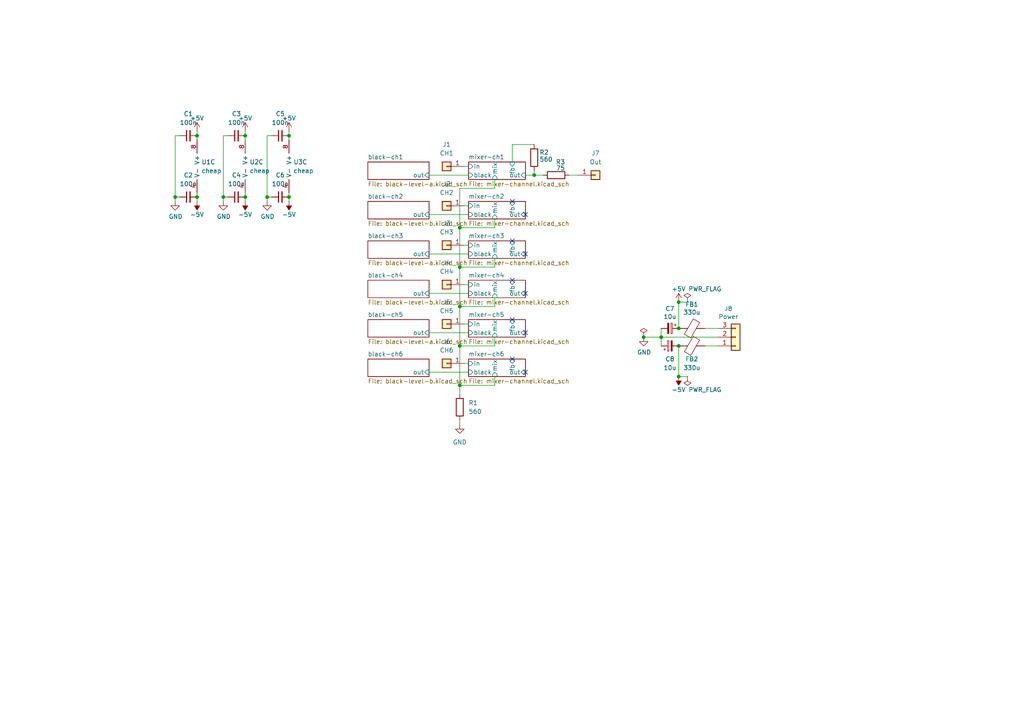
<source format=kicad_sch>
(kicad_sch (version 20250114) (generator "eeschema") (generator_version "9.0")
  (paper "A4")
  (lib_symbols
    (symbol "synkie_symbols:+5V" (power) (pin_names (offset 0))
      (property "Value" "+5V" (at 0 3.556 0))
      (symbol "+5V_0_1"
        (polyline (pts (xy -0.762 1.27) (xy 0 2.54)))
        (polyline (pts (xy 0 2.54) (xy 0.762 1.27)))
        (polyline (pts (xy 0 0) (xy 0 2.54)))
      )
      (symbol "+5V_1_1"
        (pin power_in line (at 0 0 90) (length 0) (hide yes) (name "+5V") (number "1"))
      )
    )
    (symbol "synkie_symbols:-5V" (power) (pin_names (offset 0))
      (property "Value" "-5V" (at 0 3.81 0))
      (symbol "-5V_0_0"
        (pin power_in line (at 0 0 90) (length 0) (hide yes) (name "-5V") (number "1"))
      )
      (symbol "-5V_0_1"
        (polyline (pts (xy 0 0) (xy 0 1.27) (xy 0.762 1.27) (xy 0 2.54) (xy -0.762 1.27) (xy 0 1.27)) (fill (type outline)))
      )
    )
    (symbol "synkie_symbols:CP_Small" (pin_numbers (hide yes)) (pin_names (offset 0.254) (hide yes))
      (property "Reference" "C" (at 0.254 1.778 0))
      (property "Value" "CP_Small" (at 0.254 -2.032 0))
      (symbol "CP_Small_0_1"
        (rectangle (start -1.524 0.6858) (end 1.524 0.3048))
        (rectangle (start -1.524 -0.3048) (end 1.524 -0.6858) (fill (type outline)))
        (polyline (pts (xy -1.27 1.524) (xy -0.762 1.524)))
        (polyline (pts (xy -1.016 1.27) (xy -1.016 1.778)))
      )
      (symbol "CP_Small_1_1"
        (pin passive line (at 0 2.54 270) (length 1.8542) (name "~") (number "1"))
        (pin passive line (at 0 -2.54 90) (length 1.8542) (name "~") (number "2"))
      )
    )
    (symbol "synkie_symbols:C_Small" (pin_numbers (hide yes)) (pin_names (offset 0.254) (hide yes))
      (property "Reference" "C" (at 0.254 1.778 0))
      (property "Value" "C_Small" (at 0.254 -2.032 0))
      (symbol "C_Small_0_1"
        (polyline (pts (xy -1.524 0.508) (xy 1.524 0.508)) (stroke (width 0.3048)))
        (polyline (pts (xy -1.524 -0.508) (xy 1.524 -0.508)) (stroke (width 0.3302)))
      )
      (symbol "C_Small_1_1"
        (pin passive line (at 0 2.54 270) (length 2.032) (name "~") (number "1"))
        (pin passive line (at 0 -2.54 90) (length 2.032) (name "~") (number "2"))
      )
    )
    (symbol "synkie_symbols:Conn_01x01" (pin_names (offset 1.016) (hide yes))
      (property "Reference" "J" (at 0 2.54 0))
      (property "Value" "Conn_01x01" (at 0 -2.54 0))
      (symbol "Conn_01x01_1_1"
        (rectangle (start -1.27 1.27) (end 1.27 -1.27) (stroke (width 0.254)) (fill (type background)))
        (rectangle (start -1.27 0.127) (end 0 -0.127) (stroke (width 0.1524)))
        (pin passive line (at -5.08 0 0) (length 3.81) (name "Pin_1") (number "1"))
      )
    )
    (symbol "synkie_symbols:Conn_01x03" (pin_names (offset 1.016) (hide yes))
      (property "Reference" "J" (at 0 5.08 0))
      (property "Value" "Conn_01x03" (at 0 -5.08 0))
      (symbol "Conn_01x03_1_1"
        (rectangle (start -1.27 3.81) (end 1.27 -3.81) (stroke (width 0.254)) (fill (type background)))
        (rectangle (start -1.27 2.667) (end 0 2.413) (stroke (width 0.1524)))
        (rectangle (start -1.27 0.127) (end 0 -0.127) (stroke (width 0.1524)))
        (rectangle (start -1.27 -2.413) (end 0 -2.667) (stroke (width 0.1524)))
        (pin passive line (at -5.08 2.54 0) (length 3.81) (name "Pin_1") (number "1"))
        (pin passive line (at -5.08 0 0) (length 3.81) (name "Pin_2") (number "2"))
        (pin passive line (at -5.08 -2.54 0) (length 3.81) (name "Pin_3") (number "3"))
      )
    )
    (symbol "synkie_symbols:Ferrite_Bead" (pin_numbers (hide yes)) (pin_names (offset 0))
      (property "Reference" "FB" (at -3.81 0.635 90))
      (property "Value" "Ferrite_Bead" (at 3.81 0 90))
      (symbol "Ferrite_Bead_0_1"
        (polyline (pts (xy -2.7686 0.4064) (xy -1.7018 2.2606) (xy 2.7686 -0.3048) (xy 1.6764 -2.159) (xy -2.7686 0.4064)))
        (polyline (pts (xy 0 1.27) (xy 0 1.2954)))
        (polyline (pts (xy 0 -1.27) (xy 0 -1.2192)))
      )
      (symbol "Ferrite_Bead_1_1"
        (pin passive line (at 0 3.81 270) (length 2.54) (name "~") (number "1"))
        (pin passive line (at 0 -3.81 90) (length 2.54) (name "~") (number "2"))
      )
    )
    (symbol "synkie_symbols:GND" (power) (pin_names (offset 0))
      (property "Value" "GND" (at 0 -3.81 0))
      (symbol "GND_0_1"
        (polyline (pts (xy 0 0) (xy 0 -1.27) (xy 1.27 -1.27) (xy 0 -2.54) (xy -1.27 -1.27) (xy 0 -1.27)))
      )
      (symbol "GND_1_1"
        (pin power_in line (at 0 0 270) (length 0) (hide yes) (name "GND") (number "1"))
      )
    )
    (symbol "synkie_symbols:Opamp_Dual_Generic"
      (property "Reference" "U" (at 0 5.08 0))
      (property "Value" "Opamp_Dual_Generic" (at 0 -5.08 0))
      (symbol "Opamp_Dual_Generic_1_1"
        (polyline (pts (xy -5.08 5.08) (xy 5.08 0) (xy -5.08 -5.08) (xy -5.08 5.08)) (stroke (width 0.254)) (fill (type background)))
        (pin input line (at -7.62 2.54 0) (length 2.54) (name "+") (number "3"))
        (pin input line (at -7.62 -2.54 0) (length 2.54) (name "-") (number "2"))
        (pin output line (at 7.62 0 180) (length 2.54) (name "~") (number "1"))
      )
      (symbol "Opamp_Dual_Generic_2_1"
        (polyline (pts (xy -5.08 5.08) (xy 5.08 0) (xy -5.08 -5.08) (xy -5.08 5.08)) (stroke (width 0.254)) (fill (type background)))
        (pin input line (at -7.62 2.54 0) (length 2.54) (name "+") (number "5"))
        (pin input line (at -7.62 -2.54 0) (length 2.54) (name "-") (number "6"))
        (pin output line (at 7.62 0 180) (length 2.54) (name "~") (number "7"))
      )
      (symbol "Opamp_Dual_Generic_3_1"
        (pin power_in line (at -2.54 7.62 270) (length 3.81) (name "V+") (number "8"))
        (pin power_in line (at -2.54 -7.62 90) (length 3.81) (name "V-") (number "4"))
      )
    )
    (symbol "synkie_symbols:PWR_FLAG" (power) (pin_numbers (hide yes)) (pin_names (offset 0) (hide yes))
      (property "Value" "PWR_FLAG" (at 0 3.81 0))
      (symbol "PWR_FLAG_0_0"
        (pin power_out line (at 0 0 90) (length 0) (name "pwr") (number "1"))
      )
      (symbol "PWR_FLAG_0_1"
        (polyline (pts (xy 0 0) (xy 0 1.27) (xy -1.016 1.905) (xy 0 2.54) (xy 1.016 1.905) (xy 0 1.27)))
      )
    )
    (symbol "synkie_symbols:R" (pin_numbers (hide yes)) (pin_names (offset 0))
      (property "Reference" "R" (at 2.032 0 90))
      (property "Value" "R" (at 0 0 90))
      (symbol "R_0_1"
        (rectangle (start -1.016 -2.54) (end 1.016 2.54) (stroke (width 0.254)))
      )
      (symbol "R_1_1"
        (pin passive line (at 0 3.81 270) (length 1.27) (name "~") (number "1"))
        (pin passive line (at 0 -3.81 90) (length 1.27) (name "~") (number "2"))
      )
    )
  )
  (junction (at 57.15 39.37))
  (junction (at 196.85 95.25))
  (junction (at 64.77 57.15))
  (junction (at 133.35 111.76))
  (junction (at 154.94 50.8))
  (junction (at 133.35 77.47))
  (junction (at 83.82 57.15))
  (junction (at 57.15 57.15))
  (junction (at 133.35 66.04))
  (junction (at 186.69 97.79))
  (junction (at 50.8 57.15))
  (junction (at 133.35 100.33))
  (junction (at 77.47 57.15))
  (junction (at 196.85 109.22))
  (junction (at 196.85 100.33))
  (junction (at 191.77 97.79))
  (junction (at 196.85 87.63))
  (junction (at 71.12 57.15))
  (junction (at 133.35 88.9))
  (junction (at 83.82 39.37))
  (junction (at 71.12 39.37))
  (no_connect (at 152.4 85.09))
  (no_connect (at 152.4 107.95))
  (no_connect (at 152.4 96.52))
  (no_connect (at 152.4 73.66))
  (no_connect (at 148.59 58.42))
  (no_connect (at 148.59 92.71))
  (no_connect (at 148.59 81.28))
  (no_connect (at 152.4 62.23))
  (no_connect (at 148.59 104.14))
  (no_connect (at 148.59 69.85))
  (wire (pts (xy 143.51 88.9) (xy 133.35 88.9)))
  (wire (pts (xy 143.51 63.5) (xy 143.51 66.04)))
  (wire (pts (xy 148.59 41.91) (xy 148.59 46.99)))
  (wire (pts (xy 83.82 57.15) (xy 83.82 58.42)))
  (wire (pts (xy 64.77 57.15) (xy 66.04 57.15)))
  (wire (pts (xy 133.35 77.47) (xy 133.35 88.9)))
  (wire (pts (xy 134.62 105.41) (xy 135.89 105.41)))
  (wire (pts (xy 196.85 87.63) (xy 196.85 95.25)))
  (wire (pts (xy 133.35 66.04) (xy 133.35 77.47)))
  (wire (pts (xy 64.77 57.15) (xy 64.77 58.42)))
  (wire (pts (xy 143.51 77.47) (xy 133.35 77.47)))
  (wire (pts (xy 66.04 39.37) (xy 64.77 39.37)))
  (wire (pts (xy 143.51 111.76) (xy 133.35 111.76)))
  (wire (pts (xy 133.35 100.33) (xy 133.35 111.76)))
  (wire (pts (xy 143.51 100.33) (xy 133.35 100.33)))
  (wire (pts (xy 57.15 55.88) (xy 57.15 57.15)))
  (wire (pts (xy 57.15 38.1) (xy 57.15 39.37)))
  (wire (pts (xy 143.51 97.79) (xy 143.51 100.33)))
  (wire (pts (xy 134.62 48.26) (xy 135.89 48.26)))
  (wire (pts (xy 165.1 50.8) (xy 167.64 50.8)))
  (wire (pts (xy 124.46 62.23) (xy 135.89 62.23)))
  (wire (pts (xy 50.8 39.37) (xy 50.8 57.15)))
  (wire (pts (xy 57.15 57.15) (xy 57.15 58.42)))
  (wire (pts (xy 191.77 95.25) (xy 191.77 97.79)))
  (wire (pts (xy 143.51 54.61) (xy 133.35 54.61)))
  (wire (pts (xy 71.12 38.1) (xy 71.12 39.37)))
  (wire (pts (xy 124.46 50.8) (xy 135.89 50.8)))
  (wire (pts (xy 57.15 39.37) (xy 57.15 40.64)))
  (wire (pts (xy 134.62 59.69) (xy 135.89 59.69)))
  (wire (pts (xy 143.51 74.93) (xy 143.51 77.47)))
  (wire (pts (xy 83.82 38.1) (xy 83.82 39.37)))
  (wire (pts (xy 143.51 86.36) (xy 143.51 88.9)))
  (wire (pts (xy 143.51 52.07) (xy 143.51 54.61)))
  (wire (pts (xy 133.35 111.76) (xy 133.35 114.3)))
  (wire (pts (xy 71.12 39.37) (xy 71.12 40.64)))
  (wire (pts (xy 154.94 50.8) (xy 157.48 50.8)))
  (wire (pts (xy 78.74 39.37) (xy 77.47 39.37)))
  (wire (pts (xy 134.62 82.55) (xy 135.89 82.55)))
  (wire (pts (xy 133.35 66.04) (xy 143.51 66.04)))
  (wire (pts (xy 124.46 96.52) (xy 135.89 96.52)))
  (wire (pts (xy 186.69 97.79) (xy 191.77 97.79)))
  (wire (pts (xy 124.46 73.66) (xy 135.89 73.66)))
  (wire (pts (xy 50.8 57.15) (xy 50.8 58.42)))
  (wire (pts (xy 64.77 39.37) (xy 64.77 57.15)))
  (wire (pts (xy 134.62 93.98) (xy 135.89 93.98)))
  (wire (pts (xy 133.35 121.92) (xy 133.35 123.19)))
  (wire (pts (xy 204.47 95.25) (xy 208.28 95.25)))
  (wire (pts (xy 71.12 55.88) (xy 71.12 57.15)))
  (wire (pts (xy 71.12 57.15) (xy 71.12 58.42)))
  (wire (pts (xy 204.47 100.33) (xy 208.28 100.33)))
  (wire (pts (xy 199.39 109.22) (xy 196.85 109.22)))
  (wire (pts (xy 77.47 57.15) (xy 78.74 57.15)))
  (wire (pts (xy 83.82 55.88) (xy 83.82 57.15)))
  (wire (pts (xy 133.35 54.61) (xy 133.35 66.04)))
  (wire (pts (xy 50.8 57.15) (xy 52.07 57.15)))
  (wire (pts (xy 191.77 97.79) (xy 208.28 97.79)))
  (wire (pts (xy 154.94 49.53) (xy 154.94 50.8)))
  (wire (pts (xy 77.47 39.37) (xy 77.47 57.15)))
  (wire (pts (xy 191.77 100.33) (xy 191.77 97.79)))
  (wire (pts (xy 196.85 109.22) (xy 196.85 100.33)))
  (wire (pts (xy 77.47 57.15) (xy 77.47 58.42)))
  (wire (pts (xy 124.46 85.09) (xy 135.89 85.09)))
  (wire (pts (xy 133.35 88.9) (xy 133.35 100.33)))
  (wire (pts (xy 124.46 107.95) (xy 135.89 107.95)))
  (wire (pts (xy 52.07 39.37) (xy 50.8 39.37)))
  (wire (pts (xy 152.4 50.8) (xy 154.94 50.8)))
  (wire (pts (xy 134.62 71.12) (xy 135.89 71.12)))
  (wire (pts (xy 83.82 39.37) (xy 83.82 40.64)))
  (wire (pts (xy 143.51 109.22) (xy 143.51 111.76)))
  (wire (pts (xy 154.94 41.91) (xy 148.59 41.91)))
  (wire (pts (xy 199.39 87.63) (xy 196.85 87.63)))
  (symbol (lib_id "synkie_symbols:PWR_FLAG") (at 186.69 97.79 0) (unit 1)
    (property "Reference" "#FLG01" (effects (hide yes)))
    (property "Value" "PWR_FLAG" (effects (hide yes)))
  )
  (symbol (lib_id "synkie_symbols:PWR_FLAG") (at 199.39 87.63 0) (unit 1)
    (property "Reference" "#FLG02" (effects (hide yes)))
    (property "Value" "PWR_FLAG" (at 204.47 83.82 0))
  )
  (symbol (lib_id "synkie_symbols:PWR_FLAG") (at 199.39 109.22 180) (unit 1)
    (property "Reference" "#FLG03" (effects (hide yes)))
    (property "Value" "PWR_FLAG" (at 204.47 113.03 0))
  )
  (symbol (lib_id "synkie_symbols:Ferrite_Bead") (at 200.66 95.25 270) (unit 1)
    (property "Reference" "FB1" (at 200.66 88.2904 90))
    (property "Value" "330u" (at 200.66 90.6018 90))
    (property "Footprint" "synkie_footprints:L_0805_2012Metric_Pad1.15x1.40mm_HandSolder" (effects (hide yes)))
  )
  (symbol (lib_id "synkie_symbols:Ferrite_Bead") (at 200.66 100.33 270) (unit 1)
    (property "Reference" "FB2" (at 200.66 104.14 90))
    (property "Value" "330u" (at 200.66 106.68 90))
    (property "Footprint" "synkie_footprints:L_0805_2012Metric_Pad1.15x1.40mm_HandSolder" (effects (hide yes)))
  )
  (symbol (lib_id "synkie_symbols:+5V") (at 71.12 38.1 0) (unit 1)
    (property "Reference" "#PWR05" (effects (hide yes)))
    (property "Value" "+5V" (at 71.12 34.29 0))
  )
  (symbol (lib_id "synkie_symbols:+5V") (at 196.85 87.63 0) (unit 1)
    (property "Reference" "#PWR012" (effects (hide yes)))
    (property "Value" "+5V" (at 196.85 83.82 0))
  )
  (symbol (lib_id "synkie_symbols:GND") (at 50.8 58.42 0) (unit 1)
    (property "Reference" "#PWR01" (effects (hide yes)))
    (property "Value" "GND" (at 50.927 62.8142 0))
  )
  (symbol (lib_id "synkie_symbols:Conn_01x01") (at 129.54 71.12 0) (mirror y) (unit 1)
    (property "Reference" "J3" (at 129.54 64.77 0))
    (property "Value" "CH3" (at 129.54 67.31 0))
    (property "Footprint" "synkie_footprints:Solderpad_1mm" (effects (hide yes)))
    (property "Description" "Generic connector, single row, 01x01, script generated (kicad-library-utils/schlib/autogen/connector/)" (effects (hide yes)))
  )
  (symbol (lib_id "synkie_symbols:-5V") (at 57.15 58.42 180) (unit 1)
    (property "Reference" "#PWR03" (effects (hide yes)))
    (property "Value" "-5V" (at 57.15 62.23 0))
  )
  (symbol (lib_id "synkie_symbols:GND") (at 77.47 58.42 0) (unit 1)
    (property "Reference" "#PWR07" (effects (hide yes)))
    (property "Value" "GND" (at 77.597 62.8142 0))
  )
  (symbol (lib_id "synkie_symbols:Conn_01x01") (at 129.54 59.69 0) (mirror y) (unit 1)
    (property "Reference" "J2" (at 129.54 53.34 0))
    (property "Value" "CH2" (at 129.54 55.88 0))
    (property "Footprint" "synkie_footprints:Solderpad_1mm" (effects (hide yes)))
    (property "Description" "Generic connector, single row, 01x01, script generated (kicad-library-utils/schlib/autogen/connector/)" (effects (hide yes)))
  )
  (symbol (lib_id "synkie_symbols:-5V") (at 83.82 58.42 180) (unit 1)
    (property "Reference" "#PWR09" (effects (hide yes)))
    (property "Value" "-5V" (at 83.82 62.23 0))
  )
  (symbol (lib_id "synkie_symbols:R") (at 133.35 118.11 0) (unit 1)
    (property "Reference" "R1" (at 135.89 116.8399 0) (effects (justify left)))
    (property "Value" "560" (at 135.89 119.3799 0) (effects (justify left)))
    (property "Footprint" "synkie_footprints:R_0805_2012Metric_Pad1.15x1.40mm_HandSolder" (effects (hide yes)))
    (property "Description" "Resistor" (effects (hide yes)))
  )
  (symbol (lib_id "synkie_symbols:C_Small") (at 68.58 57.15 90) (unit 1)
    (property "Reference" "C4" (at 68.5863 50.8 90))
    (property "Value" "100n" (at 68.5863 53.34 90))
    (property "Footprint" "synkie_footprints:C_0603_1608Metric_Pad1.05x0.95mm_HandSolder" (effects (hide yes)))
    (property "Description" "Unpolarized capacitor, small symbol" (effects (hide yes)))
  )
  (symbol (lib_id "synkie_symbols:C_Small") (at 54.61 57.15 90) (unit 1)
    (property "Reference" "C2" (at 54.6163 50.8 90))
    (property "Value" "100n" (at 54.6163 53.34 90))
    (property "Footprint" "synkie_footprints:C_0603_1608Metric_Pad1.05x0.95mm_HandSolder" (effects (hide yes)))
    (property "Description" "Unpolarized capacitor, small symbol" (effects (hide yes)))
  )
  (symbol (lib_id "synkie_symbols:Opamp_Dual_Generic") (at 73.66 48.26 0) (unit 3)
    (property "Reference" "U2" (at 72.39 46.9899 0) (effects (justify left)))
    (property "Value" "cheap" (at 72.39 49.5299 0) (effects (justify left)))
    (property "Footprint" "synkie_footprints:SOIC-8_3.9x4.9mm_P1.27mm" (effects (hide yes)))
    (property "Description" "Dual operational amplifier" (effects (hide yes)))
  )
  (symbol (lib_id "synkie_symbols:GND") (at 64.77 58.42 0) (unit 1)
    (property "Reference" "#PWR04" (effects (hide yes)))
    (property "Value" "GND" (at 64.897 62.8142 0))
  )
  (symbol (lib_id "synkie_symbols:CP_Small") (at 194.31 95.25 270) (unit 1)
    (property "Reference" "C7" (at 194.31 89.535 90))
    (property "Value" "10u" (at 194.31 91.8464 90))
    (property "Footprint" "synkie_footprints:CP_EIA-3528-21_Kemet-B_Pad1.50x2.35mm_HandSolder" (effects (hide yes)))
  )
  (symbol (lib_id "synkie_symbols:R") (at 161.29 50.8 270) (unit 1)
    (property "Reference" "R3" (at 162.56 46.99 90))
    (property "Value" "75" (at 162.56 48.768 90))
    (property "Footprint" "synkie_footprints:R_0805_2012Metric_Pad1.15x1.40mm_HandSolder" (effects (hide yes)))
    (property "Description" "Resistor" (effects (hide yes)))
  )
  (symbol (lib_id "synkie_symbols:R") (at 154.94 45.72 0) (unit 1)
    (property "Reference" "R2" (at 156.464 44.196 0) (effects (justify left)))
    (property "Value" "560" (at 156.464 46.228 0) (effects (justify left)))
    (property "Footprint" "synkie_footprints:R_0805_2012Metric_Pad1.15x1.40mm_HandSolder" (effects (hide yes)))
    (property "Description" "Resistor" (effects (hide yes)))
  )
  (symbol (lib_id "synkie_symbols:Conn_01x01") (at 129.54 82.55 0) (mirror y) (unit 1)
    (property "Reference" "J4" (at 129.54 76.2 0))
    (property "Value" "CH4" (at 129.54 78.74 0))
    (property "Footprint" "synkie_footprints:Solderpad_1mm" (effects (hide yes)))
    (property "Description" "Generic connector, single row, 01x01, script generated (kicad-library-utils/schlib/autogen/connector/)" (effects (hide yes)))
  )
  (symbol (lib_id "synkie_symbols:+5V") (at 83.82 38.1 0) (unit 1)
    (property "Reference" "#PWR08" (effects (hide yes)))
    (property "Value" "+5V" (at 83.82 34.29 0))
  )
  (symbol (lib_id "synkie_symbols:GND") (at 133.35 123.19 0) (unit 1)
    (property "Reference" "#PWR010" (effects (hide yes)))
    (property "Value" "GND" (at 133.35 128.27 0))
    (property "Description" "Power symbol creates a global label with name \"GND\" , ground" (effects (hide yes)))
  )
  (symbol (lib_id "synkie_symbols:-5V") (at 71.12 58.42 180) (unit 1)
    (property "Reference" "#PWR06" (effects (hide yes)))
    (property "Value" "-5V" (at 71.12 62.23 0))
  )
  (symbol (lib_id "synkie_symbols:Conn_01x01") (at 172.72 50.8 0) (unit 1)
    (property "Reference" "J7" (at 172.72 44.45 0))
    (property "Value" "Out" (at 172.72 46.99 0))
    (property "Footprint" "synkie_footprints:Solderpad_1mm" (effects (hide yes)))
    (property "Description" "Generic connector, single row, 01x01, script generated (kicad-library-utils/schlib/autogen/connector/)" (effects (hide yes)))
  )
  (symbol (lib_id "synkie_symbols:GND") (at 186.69 97.79 0) (unit 1)
    (property "Reference" "#PWR011" (effects (hide yes)))
    (property "Value" "GND" (at 186.817 102.1842 0))
  )
  (symbol (lib_id "synkie_symbols:C_Small") (at 54.61 39.37 90) (unit 1)
    (property "Reference" "C1" (at 54.6163 33.02 90))
    (property "Value" "100n" (at 54.6163 35.56 90))
    (property "Footprint" "synkie_footprints:C_0603_1608Metric_Pad1.05x0.95mm_HandSolder" (effects (hide yes)))
    (property "Description" "Unpolarized capacitor, small symbol" (effects (hide yes)))
  )
  (symbol (lib_id "synkie_symbols:Conn_01x03") (at 213.36 97.79 0) (mirror x) (unit 1)
    (property "Reference" "J8" (at 211.2772 89.535 0))
    (property "Value" "Power" (at 211.2772 91.8464 0))
    (property "Footprint" "synkie_footprints:Molex_KK-254_AE-6410-03A_1x03_P2.54mm_Vertical" (effects (hide yes)))
  )
  (symbol (lib_id "synkie_symbols:C_Small") (at 81.28 57.15 90) (unit 1)
    (property "Reference" "C6" (at 81.2863 50.8 90))
    (property "Value" "100n" (at 81.2863 53.34 90))
    (property "Footprint" "synkie_footprints:C_0603_1608Metric_Pad1.05x0.95mm_HandSolder" (effects (hide yes)))
    (property "Description" "Unpolarized capacitor, small symbol" (effects (hide yes)))
  )
  (symbol (lib_id "synkie_symbols:CP_Small") (at 194.31 100.33 90) (unit 1)
    (property "Reference" "C8" (at 194.31 104.14 90))
    (property "Value" "10u" (at 194.31 106.68 90))
    (property "Footprint" "synkie_footprints:CP_EIA-3528-21_Kemet-B_Pad1.50x2.35mm_HandSolder" (effects (hide yes)))
  )
  (symbol (lib_id "synkie_symbols:Conn_01x01") (at 129.54 93.98 0) (mirror y) (unit 1)
    (property "Reference" "J5" (at 129.54 87.63 0))
    (property "Value" "CH5" (at 129.54 90.17 0))
    (property "Footprint" "synkie_footprints:Solderpad_1mm" (effects (hide yes)))
    (property "Description" "Generic connector, single row, 01x01, script generated (kicad-library-utils/schlib/autogen/connector/)" (effects (hide yes)))
  )
  (symbol (lib_id "synkie_symbols:Conn_01x01") (at 129.54 48.26 0) (mirror y) (unit 1)
    (property "Reference" "J1" (at 129.54 41.91 0))
    (property "Value" "CH1" (at 129.54 44.45 0))
    (property "Footprint" "synkie_footprints:Solderpad_1mm" (effects (hide yes)))
    (property "Description" "Generic connector, single row, 01x01, script generated (kicad-library-utils/schlib/autogen/connector/)" (effects (hide yes)))
  )
  (symbol (lib_id "synkie_symbols:Opamp_Dual_Generic") (at 59.69 48.26 0) (unit 3)
    (property "Reference" "U1" (at 58.42 46.9899 0) (effects (justify left)))
    (property "Value" "cheap" (at 58.42 49.5299 0) (effects (justify left)))
    (property "Footprint" "synkie_footprints:SOIC-8_3.9x4.9mm_P1.27mm" (effects (hide yes)))
    (property "Description" "Dual operational amplifier" (effects (hide yes)))
  )
  (symbol (lib_id "synkie_symbols:+5V") (at 57.15 38.1 0) (unit 1)
    (property "Reference" "#PWR02" (effects (hide yes)))
    (property "Value" "+5V" (at 57.15 34.29 0))
  )
  (symbol (lib_id "synkie_symbols:C_Small") (at 81.28 39.37 90) (unit 1)
    (property "Reference" "C5" (at 81.2863 33.02 90))
    (property "Value" "100n" (at 81.2863 35.56 90))
    (property "Footprint" "synkie_footprints:C_0603_1608Metric_Pad1.05x0.95mm_HandSolder" (effects (hide yes)))
    (property "Description" "Unpolarized capacitor, small symbol" (effects (hide yes)))
  )
  (symbol (lib_id "synkie_symbols:-5V") (at 196.85 109.22 180) (unit 1)
    (property "Reference" "#PWR013" (effects (hide yes)))
    (property "Value" "-5V" (at 196.85 113.03 0))
  )
  (symbol (lib_id "synkie_symbols:Conn_01x01") (at 129.54 105.41 0) (mirror y) (unit 1)
    (property "Reference" "J6" (at 129.54 99.06 0))
    (property "Value" "CH6" (at 129.54 101.6 0))
    (property "Footprint" "synkie_footprints:Solderpad_1mm" (effects (hide yes)))
    (property "Description" "Generic connector, single row, 01x01, script generated (kicad-library-utils/schlib/autogen/connector/)" (effects (hide yes)))
  )
  (symbol (lib_id "synkie_symbols:Opamp_Dual_Generic") (at 86.36 48.26 0) (unit 3)
    (property "Reference" "U3" (at 85.09 46.9899 0) (effects (justify left)))
    (property "Value" "cheap" (at 85.09 49.5299 0) (effects (justify left)))
    (property "Footprint" "synkie_footprints:SOIC-8_3.9x4.9mm_P1.27mm" (effects (hide yes)))
    (property "Description" "Dual operational amplifier" (effects (hide yes)))
  )
  (symbol (lib_id "synkie_symbols:C_Small") (at 68.58 39.37 90) (unit 1)
    (property "Reference" "C3" (at 68.5863 33.02 90))
    (property "Value" "100n" (at 68.5863 35.56 90))
    (property "Footprint" "synkie_footprints:C_0603_1608Metric_Pad1.05x0.95mm_HandSolder" (effects (hide yes)))
    (property "Description" "Unpolarized capacitor, small symbol" (effects (hide yes)))
  )
  (sheet (at 135.89 69.85) (size 16.51 5.08) (stroke (width 0.1524))
    (property "Sheetname" "mixer-ch3" (at 135.89 69.1384 0) (effects (justify left bottom)))
    (property "Sheetfile" "mixer-channel.kicad_sch" (at 135.89 75.5146 0) (effects (justify left top)))
    (pin "black" input (at 135.89 73.66 180))
    (pin "fb" input (at 148.59 69.85 90))
    (pin "mix" input (at 143.51 74.93 270))
    (pin "out" input (at 152.4 73.66 0))
    (pin "in" input (at 135.89 71.12 180))
  )
  (sheet (at 106.68 69.85) (size 17.78 5.08) (stroke (width 0.1524))
    (property "Sheetname" "black-ch3" (at 106.68 69.1384 0) (effects (justify left bottom)))
    (property "Sheetfile" "black-level-a.kicad_sch" (at 106.68 75.5146 0) (effects (justify left top)))
    (pin "out" input (at 124.46 73.66 0))
  )
  (sheet (at 135.89 58.42) (size 16.51 5.08) (stroke (width 0.1524))
    (property "Sheetname" "mixer-ch2" (at 135.89 57.7084 0) (effects (justify left bottom)))
    (property "Sheetfile" "mixer-channel.kicad_sch" (at 135.89 64.0846 0) (effects (justify left top)))
    (pin "black" input (at 135.89 62.23 180))
    (pin "fb" input (at 148.59 58.42 90))
    (pin "mix" input (at 143.51 63.5 270))
    (pin "out" input (at 152.4 62.23 0))
    (pin "in" input (at 135.89 59.69 180))
  )
  (sheet (at 106.68 81.28) (size 17.78 5.08) (stroke (width 0.1524))
    (property "Sheetname" "black-ch4" (at 106.68 80.5684 0) (effects (justify left bottom)))
    (property "Sheetfile" "black-level-b.kicad_sch" (at 106.68 86.9446 0) (effects (justify left top)))
    (pin "out" input (at 124.46 85.09 0))
  )
  (sheet (at 135.89 92.71) (size 16.51 5.08) (stroke (width 0.1524))
    (property "Sheetname" "mixer-ch5" (at 135.89 91.9984 0) (effects (justify left bottom)))
    (property "Sheetfile" "mixer-channel.kicad_sch" (at 135.89 98.3746 0) (effects (justify left top)))
    (pin "black" input (at 135.89 96.52 180))
    (pin "fb" input (at 148.59 92.71 90))
    (pin "mix" input (at 143.51 97.79 270))
    (pin "out" input (at 152.4 96.52 0))
    (pin "in" input (at 135.89 93.98 180))
  )
  (sheet (at 135.89 104.14) (size 16.51 5.08) (stroke (width 0.1524))
    (property "Sheetname" "mixer-ch6" (at 135.89 103.4284 0) (effects (justify left bottom)))
    (property "Sheetfile" "mixer-channel.kicad_sch" (at 135.89 109.8046 0) (effects (justify left top)))
    (pin "black" input (at 135.89 107.95 180))
    (pin "fb" input (at 148.59 104.14 90))
    (pin "mix" input (at 143.51 109.22 270))
    (pin "out" input (at 152.4 107.95 0))
    (pin "in" input (at 135.89 105.41 180))
  )
  (sheet (at 135.89 81.28) (size 16.51 5.08) (stroke (width 0.1524))
    (property "Sheetname" "mixer-ch4" (at 135.89 80.5684 0) (effects (justify left bottom)))
    (property "Sheetfile" "mixer-channel.kicad_sch" (at 135.89 86.9446 0) (effects (justify left top)))
    (pin "black" input (at 135.89 85.09 180))
    (pin "fb" input (at 148.59 81.28 90))
    (pin "mix" input (at 143.51 86.36 270))
    (pin "out" input (at 152.4 85.09 0))
    (pin "in" input (at 135.89 82.55 180))
  )
  (sheet (at 106.68 92.71) (size 17.78 5.08) (stroke (width 0.1524))
    (property "Sheetname" "black-ch5" (at 106.68 91.9984 0) (effects (justify left bottom)))
    (property "Sheetfile" "black-level-a.kicad_sch" (at 106.68 98.3746 0) (effects (justify left top)))
    (pin "out" input (at 124.46 96.52 0))
  )
  (sheet (at 135.89 46.99) (size 16.51 5.08) (stroke (width 0.1524))
    (property "Sheetname" "mixer-ch1" (at 135.89 46.2784 0) (effects (justify left bottom)))
    (property "Sheetfile" "mixer-channel.kicad_sch" (at 135.89 52.6546 0) (effects (justify left top)))
    (pin "black" input (at 135.89 50.8 180))
    (pin "fb" input (at 148.59 46.99 90))
    (pin "mix" input (at 143.51 52.07 270))
    (pin "out" input (at 152.4 50.8 0))
    (pin "in" input (at 135.89 48.26 180))
  )
  (sheet (at 106.68 58.42) (size 17.78 5.08) (stroke (width 0.1524))
    (property "Sheetname" "black-ch2" (at 106.68 57.7084 0) (effects (justify left bottom)))
    (property "Sheetfile" "black-level-b.kicad_sch" (at 106.68 64.0846 0) (effects (justify left top)))
    (pin "out" input (at 124.46 62.23 0))
  )
  (sheet (at 106.68 104.14) (size 17.78 5.08) (stroke (width 0.1524))
    (property "Sheetname" "black-ch6" (at 106.68 103.4284 0) (effects (justify left bottom)))
    (property "Sheetfile" "black-level-b.kicad_sch" (at 106.68 109.8046 0) (effects (justify left top)))
    (pin "out" input (at 124.46 107.95 0))
  )
  (sheet (at 106.68 46.99) (size 17.78 5.08) (stroke (width 0.1524))
    (property "Sheetname" "black-ch1" (at 106.68 46.2784 0) (effects (justify left bottom)))
    (property "Sheetfile" "black-level-a.kicad_sch" (at 106.68 52.6546 0) (effects (justify left top)))
    (pin "out" input (at 124.46 50.8 0))
  )
)
</source>
